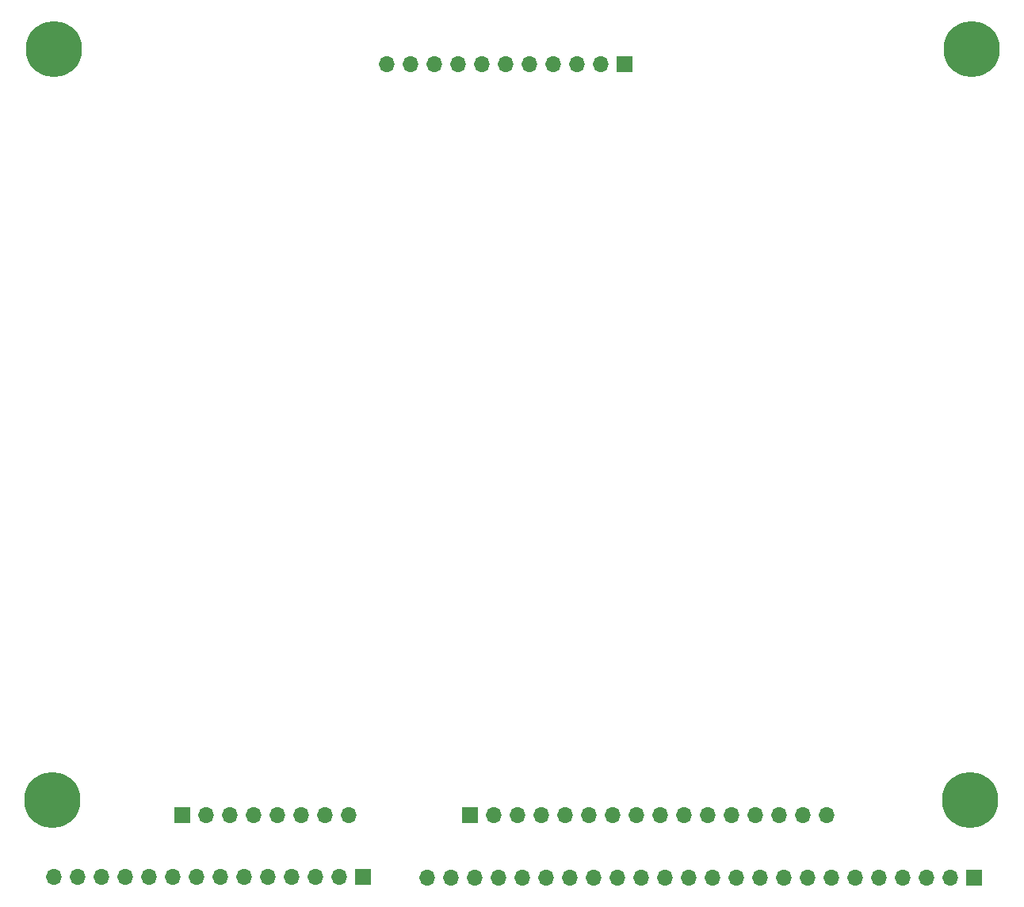
<source format=gbr>
%TF.GenerationSoftware,KiCad,Pcbnew,(6.0.0-0)*%
%TF.CreationDate,2022-02-02T01:02:30-05:00*%
%TF.ProjectId,minified-gpr-backplane,6d696e69-6669-4656-942d-6770722d6261,rev?*%
%TF.SameCoordinates,Original*%
%TF.FileFunction,Soldermask,Top*%
%TF.FilePolarity,Negative*%
%FSLAX46Y46*%
G04 Gerber Fmt 4.6, Leading zero omitted, Abs format (unit mm)*
G04 Created by KiCad (PCBNEW (6.0.0-0)) date 2022-02-02 01:02:30*
%MOMM*%
%LPD*%
G01*
G04 APERTURE LIST*
%ADD10C,6.000000*%
%ADD11R,1.700000X1.700000*%
%ADD12O,1.700000X1.700000*%
%ADD13C,0.800000*%
G04 APERTURE END LIST*
D10*
%TO.C,*%
X49990000Y-124800000D03*
%TD*%
D11*
%TO.C,J2*%
X63884000Y-126388000D03*
D12*
X66424000Y-126388000D03*
X68964000Y-126388000D03*
X71504000Y-126388000D03*
X74044000Y-126388000D03*
X76584000Y-126388000D03*
X79124000Y-126388000D03*
X81664000Y-126388000D03*
%TD*%
D13*
%TO.C,REF\u002A\u002A*%
X150280000Y-124790000D03*
X148030000Y-122540000D03*
X148030000Y-127040000D03*
D10*
X148030000Y-124790000D03*
D13*
X149620990Y-126380990D03*
X146439010Y-123199010D03*
X146439010Y-126380990D03*
X149620990Y-123199010D03*
X145780000Y-124790000D03*
%TD*%
%TO.C,REF\u002A\u002A*%
X52360000Y-44530000D03*
X50110000Y-42280000D03*
X50110000Y-46780000D03*
D10*
X50110000Y-44530000D03*
D13*
X51700990Y-46120990D03*
X48519010Y-42939010D03*
X48519010Y-46120990D03*
X51700990Y-42939010D03*
X47860000Y-44530000D03*
%TD*%
D11*
%TO.C,J1*%
X111110000Y-46130000D03*
D12*
X108570000Y-46130000D03*
X106030000Y-46130000D03*
X103490000Y-46130000D03*
X100950000Y-46130000D03*
X98410000Y-46130000D03*
X95870000Y-46130000D03*
X93330000Y-46130000D03*
X90790000Y-46130000D03*
X88250000Y-46130000D03*
X85710000Y-46130000D03*
%TD*%
D13*
%TO.C,REF\u002A\u002A*%
X150400000Y-44520000D03*
X148150000Y-42270000D03*
X148150000Y-46770000D03*
D10*
X148150000Y-44520000D03*
D13*
X149740990Y-46110990D03*
X146559010Y-42929010D03*
X146559010Y-46110990D03*
X149740990Y-42929010D03*
X145900000Y-44520000D03*
%TD*%
D11*
%TO.C,J5*%
X83140000Y-133005000D03*
D12*
X80600000Y-133005000D03*
X78060000Y-133005000D03*
X75520000Y-133005000D03*
X72980000Y-133005000D03*
X70440000Y-133005000D03*
X67900000Y-133005000D03*
X65360000Y-133005000D03*
X62820000Y-133005000D03*
X60280000Y-133005000D03*
X57740000Y-133005000D03*
X55200000Y-133005000D03*
X52660000Y-133005000D03*
X50120000Y-133005000D03*
%TD*%
D11*
%TO.C,J4*%
X148450000Y-133030000D03*
D12*
X145910000Y-133030000D03*
X143370000Y-133030000D03*
X140830000Y-133030000D03*
X138290000Y-133030000D03*
X135750000Y-133030000D03*
X133210000Y-133030000D03*
X130670000Y-133030000D03*
X128130000Y-133030000D03*
X125590000Y-133030000D03*
X123050000Y-133030000D03*
X120510000Y-133030000D03*
X117970000Y-133030000D03*
X115430000Y-133030000D03*
X112890000Y-133030000D03*
X110350000Y-133030000D03*
X107810000Y-133030000D03*
X105270000Y-133030000D03*
X102730000Y-133030000D03*
X100190000Y-133030000D03*
X97650000Y-133030000D03*
X95110000Y-133030000D03*
X92570000Y-133030000D03*
X90030000Y-133030000D03*
%TD*%
D11*
%TO.C,J3*%
X94603000Y-126388000D03*
D12*
X97143000Y-126388000D03*
X99683000Y-126388000D03*
X102223000Y-126388000D03*
X104763000Y-126388000D03*
X107303000Y-126388000D03*
X109843000Y-126388000D03*
X112383000Y-126388000D03*
X114923000Y-126388000D03*
X117463000Y-126388000D03*
X120003000Y-126388000D03*
X122543000Y-126388000D03*
X125083000Y-126388000D03*
X127623000Y-126388000D03*
X130163000Y-126388000D03*
X132703000Y-126388000D03*
%TD*%
M02*

</source>
